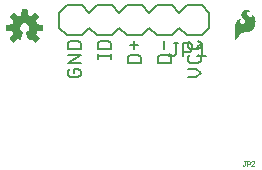
<source format=gbr>
G04 EAGLE Gerber RS-274X export*
G75*
%MOMM*%
%FSLAX34Y34*%
%LPD*%
%INSilkscreen Top*%
%IPPOS*%
%AMOC8*
5,1,8,0,0,1.08239X$1,22.5*%
G01*
%ADD10C,0.203200*%
%ADD11C,0.127000*%
%ADD12C,0.025400*%

G36*
X30910Y108096D02*
X30910Y108096D01*
X31018Y108106D01*
X31031Y108112D01*
X31045Y108114D01*
X31142Y108162D01*
X31241Y108207D01*
X31254Y108218D01*
X31263Y108222D01*
X31278Y108238D01*
X31355Y108300D01*
X33940Y110885D01*
X34003Y110974D01*
X34069Y111059D01*
X34074Y111072D01*
X34082Y111084D01*
X34113Y111187D01*
X34149Y111290D01*
X34149Y111304D01*
X34153Y111317D01*
X34149Y111425D01*
X34150Y111534D01*
X34145Y111547D01*
X34145Y111561D01*
X34107Y111663D01*
X34072Y111765D01*
X34063Y111780D01*
X34059Y111789D01*
X34045Y111806D01*
X33991Y111888D01*
X31227Y115278D01*
X31784Y116360D01*
X31790Y116380D01*
X31832Y116475D01*
X32203Y117634D01*
X36554Y118077D01*
X36658Y118105D01*
X36764Y118130D01*
X36776Y118137D01*
X36789Y118140D01*
X36879Y118201D01*
X36972Y118258D01*
X36980Y118269D01*
X36992Y118277D01*
X37058Y118363D01*
X37127Y118447D01*
X37131Y118460D01*
X37140Y118471D01*
X37174Y118574D01*
X37213Y118675D01*
X37214Y118693D01*
X37218Y118702D01*
X37218Y118724D01*
X37227Y118822D01*
X37227Y122478D01*
X37210Y122585D01*
X37196Y122693D01*
X37190Y122705D01*
X37188Y122719D01*
X37136Y122815D01*
X37089Y122912D01*
X37079Y122922D01*
X37073Y122934D01*
X36993Y123008D01*
X36917Y123085D01*
X36905Y123091D01*
X36895Y123101D01*
X36796Y123146D01*
X36699Y123194D01*
X36681Y123198D01*
X36672Y123202D01*
X36651Y123204D01*
X36554Y123223D01*
X32203Y123666D01*
X31832Y124825D01*
X31823Y124842D01*
X31821Y124850D01*
X31817Y124857D01*
X31784Y124940D01*
X31227Y126022D01*
X33991Y129412D01*
X34045Y129506D01*
X34102Y129598D01*
X34105Y129611D01*
X34112Y129623D01*
X34133Y129730D01*
X34158Y129835D01*
X34156Y129849D01*
X34159Y129863D01*
X34144Y129970D01*
X34134Y130078D01*
X34128Y130091D01*
X34126Y130105D01*
X34078Y130202D01*
X34033Y130301D01*
X34022Y130314D01*
X34018Y130323D01*
X34002Y130338D01*
X33940Y130415D01*
X31355Y133000D01*
X31266Y133063D01*
X31181Y133129D01*
X31168Y133134D01*
X31156Y133142D01*
X31053Y133173D01*
X30950Y133209D01*
X30936Y133209D01*
X30923Y133213D01*
X30815Y133209D01*
X30706Y133210D01*
X30693Y133205D01*
X30679Y133205D01*
X30577Y133167D01*
X30475Y133132D01*
X30460Y133123D01*
X30451Y133119D01*
X30434Y133105D01*
X30352Y133051D01*
X26962Y130287D01*
X25880Y130844D01*
X25860Y130850D01*
X25765Y130892D01*
X24606Y131263D01*
X24163Y135614D01*
X24135Y135718D01*
X24110Y135824D01*
X24103Y135836D01*
X24100Y135849D01*
X24039Y135939D01*
X23982Y136032D01*
X23971Y136040D01*
X23963Y136052D01*
X23877Y136118D01*
X23793Y136187D01*
X23780Y136191D01*
X23769Y136200D01*
X23666Y136234D01*
X23565Y136273D01*
X23547Y136274D01*
X23538Y136278D01*
X23516Y136278D01*
X23418Y136287D01*
X19762Y136287D01*
X19655Y136270D01*
X19547Y136256D01*
X19535Y136250D01*
X19521Y136248D01*
X19425Y136196D01*
X19328Y136149D01*
X19318Y136139D01*
X19306Y136133D01*
X19232Y136053D01*
X19155Y135977D01*
X19149Y135965D01*
X19139Y135955D01*
X19094Y135856D01*
X19046Y135759D01*
X19042Y135741D01*
X19038Y135732D01*
X19036Y135711D01*
X19017Y135614D01*
X18574Y131263D01*
X17415Y130892D01*
X17397Y130882D01*
X17300Y130844D01*
X16218Y130287D01*
X12828Y133051D01*
X12734Y133105D01*
X12642Y133162D01*
X12629Y133165D01*
X12617Y133172D01*
X12510Y133193D01*
X12405Y133218D01*
X12391Y133216D01*
X12377Y133219D01*
X12270Y133204D01*
X12162Y133194D01*
X12149Y133188D01*
X12136Y133186D01*
X12038Y133138D01*
X11939Y133093D01*
X11926Y133082D01*
X11917Y133078D01*
X11902Y133062D01*
X11825Y133000D01*
X9240Y130415D01*
X9177Y130326D01*
X9111Y130241D01*
X9106Y130228D01*
X9098Y130216D01*
X9067Y130113D01*
X9031Y130010D01*
X9031Y129996D01*
X9027Y129983D01*
X9031Y129875D01*
X9030Y129766D01*
X9035Y129753D01*
X9035Y129739D01*
X9073Y129637D01*
X9108Y129535D01*
X9117Y129520D01*
X9121Y129511D01*
X9135Y129494D01*
X9189Y129412D01*
X11953Y126022D01*
X11396Y124940D01*
X11390Y124920D01*
X11348Y124825D01*
X10977Y123666D01*
X6626Y123223D01*
X6522Y123195D01*
X6416Y123170D01*
X6404Y123163D01*
X6391Y123160D01*
X6301Y123099D01*
X6208Y123042D01*
X6200Y123031D01*
X6188Y123023D01*
X6122Y122937D01*
X6054Y122853D01*
X6049Y122840D01*
X6040Y122829D01*
X6006Y122726D01*
X5967Y122625D01*
X5966Y122607D01*
X5962Y122598D01*
X5963Y122576D01*
X5953Y122478D01*
X5953Y118822D01*
X5970Y118715D01*
X5984Y118607D01*
X5990Y118595D01*
X5992Y118581D01*
X6044Y118485D01*
X6091Y118388D01*
X6101Y118378D01*
X6107Y118366D01*
X6187Y118292D01*
X6263Y118215D01*
X6275Y118209D01*
X6286Y118199D01*
X6384Y118154D01*
X6481Y118106D01*
X6499Y118102D01*
X6508Y118098D01*
X6529Y118096D01*
X6626Y118077D01*
X10977Y117634D01*
X11348Y116475D01*
X11358Y116457D01*
X11396Y116360D01*
X11953Y115278D01*
X9189Y111888D01*
X9135Y111794D01*
X9078Y111702D01*
X9075Y111689D01*
X9068Y111677D01*
X9047Y111570D01*
X9022Y111465D01*
X9024Y111451D01*
X9021Y111437D01*
X9036Y111330D01*
X9046Y111222D01*
X9052Y111209D01*
X9054Y111196D01*
X9102Y111098D01*
X9147Y110999D01*
X9158Y110986D01*
X9162Y110977D01*
X9178Y110962D01*
X9240Y110885D01*
X11825Y108300D01*
X11914Y108237D01*
X11999Y108171D01*
X12012Y108166D01*
X12024Y108158D01*
X12127Y108127D01*
X12230Y108091D01*
X12244Y108091D01*
X12257Y108087D01*
X12365Y108091D01*
X12474Y108090D01*
X12487Y108095D01*
X12501Y108095D01*
X12603Y108133D01*
X12705Y108168D01*
X12720Y108177D01*
X12729Y108181D01*
X12746Y108195D01*
X12828Y108249D01*
X16218Y111013D01*
X17300Y110456D01*
X17353Y110439D01*
X17402Y110413D01*
X17468Y110402D01*
X17532Y110381D01*
X17588Y110382D01*
X17642Y110373D01*
X17709Y110384D01*
X17776Y110385D01*
X17828Y110403D01*
X17883Y110412D01*
X17943Y110444D01*
X18006Y110467D01*
X18049Y110501D01*
X18099Y110527D01*
X18145Y110576D01*
X18197Y110618D01*
X18228Y110665D01*
X18266Y110705D01*
X18322Y110810D01*
X18330Y110823D01*
X18331Y110828D01*
X18335Y110835D01*
X20488Y116032D01*
X20508Y116116D01*
X20513Y116128D01*
X20515Y116144D01*
X20540Y116230D01*
X20539Y116250D01*
X20544Y116270D01*
X20536Y116352D01*
X20537Y116371D01*
X20533Y116391D01*
X20529Y116474D01*
X20522Y116493D01*
X20520Y116513D01*
X20488Y116582D01*
X20482Y116609D01*
X20467Y116633D01*
X20440Y116702D01*
X20427Y116717D01*
X20419Y116735D01*
X20374Y116784D01*
X20354Y116816D01*
X20322Y116842D01*
X20283Y116888D01*
X20262Y116903D01*
X20252Y116913D01*
X20231Y116925D01*
X20168Y116969D01*
X20165Y116971D01*
X20164Y116971D01*
X20162Y116973D01*
X19278Y117468D01*
X18599Y118095D01*
X18085Y118864D01*
X17765Y119732D01*
X17657Y120649D01*
X17770Y121584D01*
X18101Y122465D01*
X18633Y123242D01*
X19334Y123871D01*
X20164Y124314D01*
X21076Y124548D01*
X22018Y124558D01*
X22934Y124344D01*
X23774Y123919D01*
X24488Y123306D01*
X25037Y122541D01*
X25388Y121667D01*
X25521Y120735D01*
X25429Y119798D01*
X25117Y118910D01*
X24602Y118122D01*
X23915Y117478D01*
X23016Y116972D01*
X22976Y116939D01*
X22934Y116917D01*
X22903Y116884D01*
X22855Y116849D01*
X22842Y116832D01*
X22826Y116819D01*
X22791Y116765D01*
X22767Y116739D01*
X22754Y116708D01*
X22712Y116651D01*
X22706Y116631D01*
X22695Y116613D01*
X22677Y116540D01*
X22667Y116517D01*
X22664Y116493D01*
X22641Y116418D01*
X22642Y116397D01*
X22637Y116376D01*
X22644Y116292D01*
X22643Y116274D01*
X22646Y116258D01*
X22649Y116174D01*
X22657Y116148D01*
X22658Y116133D01*
X22668Y116111D01*
X22692Y116032D01*
X23000Y115287D01*
X23001Y115287D01*
X23311Y114538D01*
X23621Y113789D01*
X23621Y113788D01*
X23932Y113040D01*
X23932Y113039D01*
X24242Y112290D01*
X24552Y111541D01*
X24553Y111541D01*
X24845Y110835D01*
X24874Y110788D01*
X24895Y110736D01*
X24938Y110685D01*
X24974Y110628D01*
X25017Y110593D01*
X25053Y110550D01*
X25110Y110516D01*
X25162Y110473D01*
X25214Y110454D01*
X25262Y110425D01*
X25328Y110411D01*
X25391Y110387D01*
X25446Y110385D01*
X25500Y110374D01*
X25567Y110381D01*
X25634Y110379D01*
X25688Y110395D01*
X25743Y110402D01*
X25854Y110446D01*
X25868Y110450D01*
X25872Y110453D01*
X25880Y110456D01*
X26962Y111013D01*
X30352Y108249D01*
X30446Y108195D01*
X30538Y108138D01*
X30551Y108135D01*
X30563Y108128D01*
X30670Y108107D01*
X30775Y108082D01*
X30789Y108084D01*
X30803Y108081D01*
X30910Y108096D01*
G37*
G36*
X200058Y110249D02*
X200058Y110249D01*
X200085Y110245D01*
X200585Y110745D01*
X200586Y110754D01*
X200592Y110755D01*
X200889Y111250D01*
X201385Y111745D01*
X201385Y111749D01*
X201388Y111748D01*
X201887Y112347D01*
X203085Y113545D01*
X203085Y113548D01*
X203087Y113548D01*
X204286Y114947D01*
X205281Y115941D01*
X206267Y116533D01*
X206854Y116631D01*
X208750Y116631D01*
X208753Y116633D01*
X208756Y116633D01*
X208758Y116631D01*
X209958Y116831D01*
X209961Y116834D01*
X209963Y116833D01*
X211063Y117133D01*
X211066Y117136D01*
X211068Y117134D01*
X212068Y117534D01*
X212071Y117539D01*
X212075Y117538D01*
X213075Y118138D01*
X213078Y118144D01*
X213082Y118143D01*
X213882Y118843D01*
X213883Y118845D01*
X213885Y118845D01*
X214685Y119645D01*
X214685Y119650D01*
X214689Y119650D01*
X215389Y120550D01*
X215389Y120556D01*
X215393Y120556D01*
X216393Y122356D01*
X216392Y122365D01*
X216398Y122367D01*
X216898Y124267D01*
X216895Y124274D01*
X216899Y124277D01*
X216999Y125977D01*
X216994Y125984D01*
X216998Y125989D01*
X216698Y127589D01*
X216695Y127593D01*
X216697Y127596D01*
X216197Y129096D01*
X216189Y129101D01*
X216192Y129106D01*
X215492Y130206D01*
X215486Y130209D01*
X215487Y130213D01*
X214687Y131113D01*
X214677Y131115D01*
X214676Y131122D01*
X213876Y131622D01*
X213868Y131621D01*
X213863Y131627D01*
X213853Y131620D01*
X213817Y131616D01*
X213819Y131594D01*
X213801Y131580D01*
X213801Y130688D01*
X213704Y130399D01*
X213609Y130209D01*
X213323Y129923D01*
X213042Y129829D01*
X212756Y129829D01*
X211967Y130026D01*
X211575Y130223D01*
X211279Y130420D01*
X210882Y130717D01*
X210288Y131311D01*
X209896Y131900D01*
X209799Y132286D01*
X209799Y132872D01*
X209896Y133161D01*
X209993Y133355D01*
X210186Y133646D01*
X210576Y133938D01*
X210966Y134133D01*
X211460Y134232D01*
X211461Y134233D01*
X211462Y134232D01*
X211856Y134331D01*
X212438Y134331D01*
X212628Y134236D01*
X212644Y134239D01*
X212650Y134231D01*
X212750Y134231D01*
X212761Y134239D01*
X212774Y134237D01*
X212776Y134250D01*
X212797Y134267D01*
X212781Y134288D01*
X212785Y134315D01*
X212685Y134415D01*
X212680Y134416D01*
X212680Y134419D01*
X212280Y134719D01*
X212273Y134719D01*
X212272Y134724D01*
X210872Y135424D01*
X210863Y135422D01*
X210861Y135428D01*
X209961Y135628D01*
X209953Y135625D01*
X209950Y135629D01*
X208950Y135629D01*
X208945Y135625D01*
X208941Y135628D01*
X207841Y135428D01*
X207833Y135420D01*
X207826Y135423D01*
X206726Y134823D01*
X206724Y134818D01*
X206720Y134819D01*
X205820Y134119D01*
X205817Y134107D01*
X205808Y134106D01*
X205308Y133306D01*
X205309Y133298D01*
X205308Y133297D01*
X205303Y133296D01*
X205003Y132396D01*
X205007Y132385D01*
X205001Y132380D01*
X205001Y131580D01*
X205006Y131574D01*
X205002Y131569D01*
X205202Y130669D01*
X205210Y130663D01*
X205207Y130656D01*
X205707Y129756D01*
X205714Y129753D01*
X205713Y129748D01*
X206413Y128948D01*
X206413Y128947D01*
X207213Y128047D01*
X207215Y128047D01*
X207215Y128045D01*
X207908Y127353D01*
X208201Y126571D01*
X208201Y125888D01*
X208006Y125304D01*
X207616Y124817D01*
X207030Y124426D01*
X206244Y124229D01*
X205455Y124229D01*
X204964Y124327D01*
X204478Y124522D01*
X203888Y125111D01*
X203695Y125402D01*
X203599Y125688D01*
X203599Y126072D01*
X203693Y126353D01*
X204277Y126937D01*
X204566Y127033D01*
X204569Y127038D01*
X204572Y127036D01*
X204972Y127236D01*
X204977Y127246D01*
X204985Y127245D01*
X205085Y127345D01*
X205085Y127347D01*
X205086Y127347D01*
X205086Y127351D01*
X205086Y127356D01*
X205087Y127356D01*
X205087Y127357D01*
X205093Y127404D01*
X205075Y127407D01*
X205072Y127424D01*
X204672Y127624D01*
X204656Y127621D01*
X204650Y127629D01*
X203450Y127629D01*
X203445Y127626D01*
X203442Y127629D01*
X202842Y127529D01*
X202841Y127528D01*
X202840Y127528D01*
X202340Y127428D01*
X202336Y127423D01*
X202332Y127426D01*
X201832Y127226D01*
X201827Y127218D01*
X201820Y127219D01*
X201420Y126919D01*
X201420Y126918D01*
X201419Y126918D01*
X200919Y126518D01*
X200916Y126506D01*
X200908Y126505D01*
X200308Y125505D01*
X200309Y125496D01*
X200303Y125494D01*
X200103Y124794D01*
X200105Y124788D01*
X200101Y124786D01*
X200001Y123986D01*
X200003Y123982D01*
X200001Y123980D01*
X200001Y110280D01*
X200009Y110269D01*
X200007Y110256D01*
X200020Y110254D01*
X200037Y110233D01*
X200058Y110249D01*
G37*
D10*
X59936Y86082D02*
X58157Y84303D01*
X58157Y80744D01*
X59936Y78964D01*
X67055Y78964D01*
X68834Y80744D01*
X68834Y84303D01*
X67055Y86082D01*
X63495Y86082D01*
X63495Y82523D01*
X58157Y90658D02*
X68834Y90658D01*
X68834Y97776D02*
X58157Y90658D01*
X58157Y97776D02*
X68834Y97776D01*
X68834Y102352D02*
X58157Y102352D01*
X68834Y102352D02*
X68834Y107691D01*
X67055Y109470D01*
X59936Y109470D01*
X58157Y107691D01*
X58157Y102352D01*
X94234Y98115D02*
X94234Y94556D01*
X94234Y96336D02*
X83557Y96336D01*
X83557Y98115D02*
X83557Y94556D01*
X83557Y102352D02*
X94234Y102352D01*
X94234Y107691D01*
X92455Y109470D01*
X85336Y109470D01*
X83557Y107691D01*
X83557Y102352D01*
X108957Y90658D02*
X119634Y90658D01*
X119634Y95997D01*
X117855Y97776D01*
X110736Y97776D01*
X108957Y95997D01*
X108957Y90658D01*
X114295Y102352D02*
X114295Y109470D01*
X110736Y105911D02*
X117855Y105911D01*
X134357Y90658D02*
X145034Y90658D01*
X145034Y95997D01*
X143255Y97776D01*
X136136Y97776D01*
X134357Y95997D01*
X134357Y90658D01*
X139695Y102352D02*
X139695Y109470D01*
X159757Y78964D02*
X166875Y78964D01*
X170434Y82523D01*
X166875Y86082D01*
X159757Y86082D01*
X159757Y95997D02*
X161536Y97776D01*
X159757Y95997D02*
X159757Y92438D01*
X161536Y90658D01*
X168655Y90658D01*
X170434Y92438D01*
X170434Y95997D01*
X168655Y97776D01*
X159757Y107691D02*
X161536Y109470D01*
X159757Y107691D02*
X159757Y104131D01*
X161536Y102352D01*
X168655Y102352D01*
X170434Y104131D01*
X170434Y107691D01*
X168655Y109470D01*
X95250Y114300D02*
X82550Y114300D01*
X76200Y120650D01*
X76200Y133350D02*
X82550Y139700D01*
X76200Y120650D02*
X69850Y114300D01*
X57150Y114300D01*
X50800Y120650D01*
X50800Y133350D02*
X57150Y139700D01*
X69850Y139700D01*
X76200Y133350D01*
X120650Y114300D02*
X127000Y120650D01*
X120650Y114300D02*
X107950Y114300D01*
X101600Y120650D01*
X101600Y133350D02*
X107950Y139700D01*
X120650Y139700D01*
X127000Y133350D01*
X101600Y120650D02*
X95250Y114300D01*
X101600Y133350D02*
X95250Y139700D01*
X82550Y139700D01*
X158750Y114300D02*
X171450Y114300D01*
X158750Y114300D02*
X152400Y120650D01*
X152400Y133350D02*
X158750Y139700D01*
X152400Y120650D02*
X146050Y114300D01*
X133350Y114300D01*
X127000Y120650D01*
X127000Y133350D02*
X133350Y139700D01*
X146050Y139700D01*
X152400Y133350D01*
X177800Y133350D02*
X177800Y120650D01*
X171450Y114300D01*
X177800Y133350D02*
X171450Y139700D01*
X158750Y139700D01*
X50800Y133350D02*
X50800Y120650D01*
D11*
X144115Y98554D02*
X146022Y96647D01*
X147928Y96647D01*
X149835Y98554D01*
X149835Y108087D01*
X147928Y108087D02*
X151742Y108087D01*
X155809Y108087D02*
X155809Y96647D01*
X155809Y108087D02*
X161529Y108087D01*
X163436Y106180D01*
X163436Y102367D01*
X161529Y100460D01*
X155809Y100460D01*
X167503Y104274D02*
X171316Y108087D01*
X171316Y96647D01*
X167503Y96647D02*
X175129Y96647D01*
D12*
X206101Y4399D02*
X206736Y3763D01*
X207372Y3763D01*
X208007Y4399D01*
X208007Y7576D01*
X207372Y7576D02*
X208643Y7576D01*
X209843Y7576D02*
X209843Y3763D01*
X209843Y7576D02*
X211749Y7576D01*
X212385Y6941D01*
X212385Y5670D01*
X211749Y5034D01*
X209843Y5034D01*
X213585Y3763D02*
X216127Y3763D01*
X213585Y3763D02*
X216127Y6305D01*
X216127Y6941D01*
X215492Y7576D01*
X214220Y7576D01*
X213585Y6941D01*
M02*

</source>
